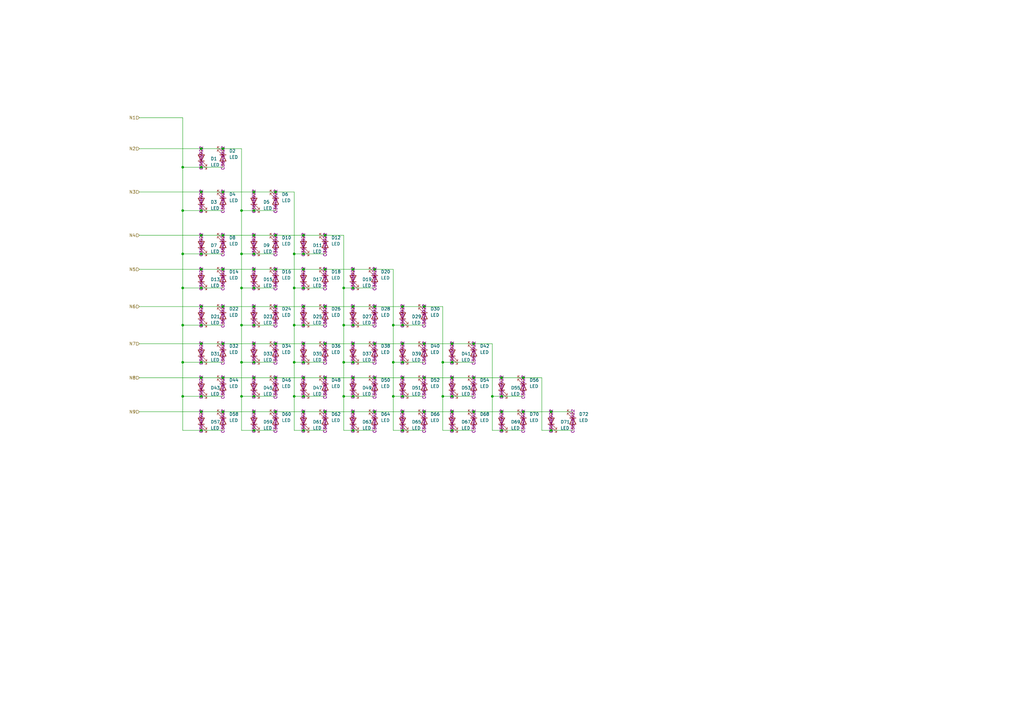
<source format=kicad_sch>
(kicad_sch (version 20250114) (generator "eeschema") (generator_version "9.0")
  (paper "A3")
  (lib_symbols
    (symbol "Device:LED" (pin_numbers (hide yes)) (pin_names (offset 1.016) (hide yes))
      (property "Reference" "D" (at 0 2.54 0))
      (property "Value" "LED" (at 0 -2.54 0))
      (symbol "LED_0_1"
        (polyline (pts (xy -3.048 -0.762) (xy -4.572 -2.286) (xy -3.81 -2.286) (xy -4.572 -2.286) (xy -4.572 -1.524)))
        (polyline (pts (xy -1.778 -0.762) (xy -3.302 -2.286) (xy -2.54 -2.286) (xy -3.302 -2.286) (xy -3.302 -1.524)))
        (polyline (pts (xy -1.27 0) (xy 1.27 0)))
        (polyline (pts (xy -1.27 -1.27) (xy -1.27 1.27)) (stroke (width 0.254)))
        (polyline (pts (xy 1.27 -1.27) (xy 1.27 1.27) (xy -1.27 0) (xy 1.27 -1.27)) (stroke (width 0.254)))
      )
      (symbol "LED_1_1"
        (pin passive line (at -3.81 0 0) (length 2.54) (name "K") (number "1"))
        (pin passive line (at 3.81 0 180) (length 2.54) (name "A") (number "2"))
      )
    )
  )
  (junction (at 104.14 168.91))
  (junction (at 140.97 148.59))
  (junction (at 82.55 110.49))
  (junction (at 99.06 162.56))
  (junction (at 161.29 148.59))
  (junction (at 140.97 133.35))
  (junction (at 113.03 168.91))
  (junction (at 153.67 154.94))
  (junction (at 124.46 168.91))
  (junction (at 104.14 133.35))
  (junction (at 104.14 86.36))
  (junction (at 91.44 78.74))
  (junction (at 104.14 78.74))
  (junction (at 124.46 110.49))
  (junction (at 165.1 125.73))
  (junction (at 133.35 125.73))
  (junction (at 91.44 125.73))
  (junction (at 165.1 140.97))
  (junction (at 82.55 86.36))
  (junction (at 91.44 154.94))
  (junction (at 82.55 68.58))
  (junction (at 113.03 125.73))
  (junction (at 133.35 140.97))
  (junction (at 144.78 110.49))
  (junction (at 104.14 104.14))
  (junction (at 91.44 110.49))
  (junction (at 161.29 133.35))
  (junction (at 120.65 162.56))
  (junction (at 165.1 168.91))
  (junction (at 205.74 168.91))
  (junction (at 185.42 176.53))
  (junction (at 113.03 140.97))
  (junction (at 205.74 162.56))
  (junction (at 113.03 154.94))
  (junction (at 124.46 148.59))
  (junction (at 133.35 96.52))
  (junction (at 181.61 148.59))
  (junction (at 153.67 140.97))
  (junction (at 153.67 125.73))
  (junction (at 104.14 148.59))
  (junction (at 82.55 78.74))
  (junction (at 74.93 162.56))
  (junction (at 74.93 68.58))
  (junction (at 113.03 78.74))
  (junction (at 133.35 110.49))
  (junction (at 82.55 162.56))
  (junction (at 194.31 168.91))
  (junction (at 91.44 60.96))
  (junction (at 74.93 133.35))
  (junction (at 153.67 168.91))
  (junction (at 104.14 96.52))
  (junction (at 201.93 162.56))
  (junction (at 165.1 148.59))
  (junction (at 124.46 140.97))
  (junction (at 165.1 154.94))
  (junction (at 181.61 162.56))
  (junction (at 133.35 154.94))
  (junction (at 82.55 176.53))
  (junction (at 99.06 133.35))
  (junction (at 120.65 104.14))
  (junction (at 91.44 96.52))
  (junction (at 140.97 118.11))
  (junction (at 74.93 148.59))
  (junction (at 173.99 125.73))
  (junction (at 144.78 148.59))
  (junction (at 82.55 125.73))
  (junction (at 194.31 140.97))
  (junction (at 205.74 176.53))
  (junction (at 185.42 140.97))
  (junction (at 82.55 154.94))
  (junction (at 124.46 118.11))
  (junction (at 99.06 104.14))
  (junction (at 74.93 86.36))
  (junction (at 99.06 86.36))
  (junction (at 173.99 168.91))
  (junction (at 74.93 104.14))
  (junction (at 144.78 154.94))
  (junction (at 153.67 110.49))
  (junction (at 226.06 176.53))
  (junction (at 99.06 148.59))
  (junction (at 144.78 168.91))
  (junction (at 173.99 154.94))
  (junction (at 104.14 118.11))
  (junction (at 173.99 140.97))
  (junction (at 144.78 176.53))
  (junction (at 120.65 118.11))
  (junction (at 124.46 104.14))
  (junction (at 133.35 168.91))
  (junction (at 144.78 133.35))
  (junction (at 165.1 176.53))
  (junction (at 140.97 162.56))
  (junction (at 226.06 168.91))
  (junction (at 91.44 140.97))
  (junction (at 185.42 168.91))
  (junction (at 120.65 133.35))
  (junction (at 99.06 118.11))
  (junction (at 144.78 162.56))
  (junction (at 144.78 125.73))
  (junction (at 104.14 176.53))
  (junction (at 185.42 162.56))
  (junction (at 104.14 140.97))
  (junction (at 82.55 168.91))
  (junction (at 113.03 96.52))
  (junction (at 124.46 162.56))
  (junction (at 205.74 154.94))
  (junction (at 214.63 154.94))
  (junction (at 82.55 140.97))
  (junction (at 91.44 168.91))
  (junction (at 113.03 110.49))
  (junction (at 214.63 168.91))
  (junction (at 194.31 154.94))
  (junction (at 104.14 110.49))
  (junction (at 144.78 140.97))
  (junction (at 165.1 133.35))
  (junction (at 124.46 125.73))
  (junction (at 82.55 60.96))
  (junction (at 82.55 96.52))
  (junction (at 104.14 125.73))
  (junction (at 124.46 154.94))
  (junction (at 104.14 162.56))
  (junction (at 120.65 148.59))
  (junction (at 124.46 96.52))
  (junction (at 124.46 176.53))
  (junction (at 82.55 148.59))
  (junction (at 74.93 118.11))
  (junction (at 82.55 104.14))
  (junction (at 165.1 162.56))
  (junction (at 82.55 133.35))
  (junction (at 144.78 118.11))
  (junction (at 82.55 118.11))
  (junction (at 185.42 148.59))
  (junction (at 161.29 162.56))
  (junction (at 185.42 154.94))
  (junction (at 124.46 133.35))
  (junction (at 104.14 154.94))
  (wire (pts (xy 74.93 118.11) (xy 82.55 118.11)))
  (wire (pts (xy 133.35 125.73) (xy 144.78 125.73)))
  (wire (pts (xy 185.42 140.97) (xy 194.31 140.97)))
  (wire (pts (xy 99.06 118.11) (xy 99.06 133.35)))
  (wire (pts (xy 57.15 140.97) (xy 82.55 140.97)))
  (wire (pts (xy 99.06 118.11) (xy 104.14 118.11)))
  (wire (pts (xy 57.15 60.96) (xy 82.55 60.96)))
  (wire (pts (xy 201.93 176.53) (xy 205.74 176.53)))
  (wire (pts (xy 173.99 162.56) (xy 165.1 162.56)))
  (wire (pts (xy 144.78 176.53) (xy 153.67 176.53)))
  (wire (pts (xy 120.65 148.59) (xy 120.65 162.56)))
  (wire (pts (xy 222.25 154.94) (xy 222.25 176.53)))
  (wire (pts (xy 120.65 118.11) (xy 124.46 118.11)))
  (wire (pts (xy 104.14 110.49) (xy 113.03 110.49)))
  (wire (pts (xy 205.74 162.56) (xy 214.63 162.56)))
  (wire (pts (xy 165.1 168.91) (xy 173.99 168.91)))
  (wire (pts (xy 144.78 168.91) (xy 153.67 168.91)))
  (wire (pts (xy 133.35 140.97) (xy 144.78 140.97)))
  (wire (pts (xy 57.15 96.52) (xy 82.55 96.52)))
  (wire (pts (xy 99.06 104.14) (xy 99.06 118.11)))
  (wire (pts (xy 104.14 154.94) (xy 113.03 154.94)))
  (wire (pts (xy 140.97 133.35) (xy 140.97 148.59)))
  (wire (pts (xy 153.67 140.97) (xy 165.1 140.97)))
  (wire (pts (xy 74.93 133.35) (xy 74.93 148.59)))
  (wire (pts (xy 226.06 168.91) (xy 234.95 168.91)))
  (wire (pts (xy 74.93 162.56) (xy 82.55 162.56)))
  (wire (pts (xy 153.67 110.49) (xy 161.29 110.49)))
  (wire (pts (xy 144.78 154.94) (xy 153.67 154.94)))
  (wire (pts (xy 57.15 78.74) (xy 82.55 78.74)))
  (wire (pts (xy 113.03 110.49) (xy 124.46 110.49)))
  (wire (pts (xy 165.1 176.53) (xy 161.29 176.53)))
  (wire (pts (xy 124.46 133.35) (xy 133.35 133.35)))
  (wire (pts (xy 161.29 148.59) (xy 165.1 148.59)))
  (wire (pts (xy 120.65 78.74) (xy 120.65 104.14)))
  (wire (pts (xy 185.42 176.53) (xy 194.31 176.53)))
  (wire (pts (xy 91.44 148.59) (xy 82.55 148.59)))
  (wire (pts (xy 82.55 118.11) (xy 91.44 118.11)))
  (wire (pts (xy 205.74 168.91) (xy 214.63 168.91)))
  (wire (pts (xy 82.55 78.74) (xy 91.44 78.74)))
  (wire (pts (xy 91.44 168.91) (xy 104.14 168.91)))
  (wire (pts (xy 140.97 96.52) (xy 140.97 118.11)))
  (wire (pts (xy 99.06 104.14) (xy 104.14 104.14)))
  (wire (pts (xy 120.65 162.56) (xy 120.65 176.53)))
  (wire (pts (xy 82.55 140.97) (xy 91.44 140.97)))
  (wire (pts (xy 99.06 148.59) (xy 99.06 162.56)))
  (wire (pts (xy 74.93 104.14) (xy 82.55 104.14)))
  (wire (pts (xy 124.46 125.73) (xy 133.35 125.73)))
  (wire (pts (xy 82.55 176.53) (xy 91.44 176.53)))
  (wire (pts (xy 104.14 148.59) (xy 113.03 148.59)))
  (wire (pts (xy 124.46 104.14) (xy 133.35 104.14)))
  (wire (pts (xy 91.44 140.97) (xy 104.14 140.97)))
  (wire (pts (xy 133.35 154.94) (xy 144.78 154.94)))
  (wire (pts (xy 82.55 162.56) (xy 91.44 162.56)))
  (wire (pts (xy 113.03 140.97) (xy 124.46 140.97)))
  (wire (pts (xy 161.29 133.35) (xy 161.29 148.59)))
  (wire (pts (xy 82.55 96.52) (xy 91.44 96.52)))
  (wire (pts (xy 99.06 86.36) (xy 104.14 86.36)))
  (wire (pts (xy 181.61 148.59) (xy 181.61 162.56)))
  (wire (pts (xy 82.55 86.36) (xy 91.44 86.36)))
  (wire (pts (xy 133.35 110.49) (xy 144.78 110.49)))
  (wire (pts (xy 222.25 176.53) (xy 226.06 176.53)))
  (wire (pts (xy 120.65 133.35) (xy 120.65 148.59)))
  (wire (pts (xy 181.61 162.56) (xy 185.42 162.56)))
  (wire (pts (xy 113.03 154.94) (xy 124.46 154.94)))
  (wire (pts (xy 104.14 176.53) (xy 113.03 176.53)))
  (wire (pts (xy 91.44 110.49) (xy 104.14 110.49)))
  (wire (pts (xy 120.65 148.59) (xy 124.46 148.59)))
  (wire (pts (xy 124.46 148.59) (xy 133.35 148.59)))
  (wire (pts (xy 82.55 125.73) (xy 91.44 125.73)))
  (wire (pts (xy 214.63 154.94) (xy 222.25 154.94)))
  (wire (pts (xy 201.93 140.97) (xy 201.93 162.56)))
  (wire (pts (xy 133.35 96.52) (xy 140.97 96.52)))
  (wire (pts (xy 74.93 68.58) (xy 74.93 86.36)))
  (wire (pts (xy 181.61 162.56) (xy 181.61 176.53)))
  (wire (pts (xy 140.97 148.59) (xy 140.97 162.56)))
  (wire (pts (xy 74.93 86.36) (xy 74.93 104.14)))
  (wire (pts (xy 165.1 162.56) (xy 161.29 162.56)))
  (wire (pts (xy 144.78 148.59) (xy 153.67 148.59)))
  (wire (pts (xy 120.65 104.14) (xy 124.46 104.14)))
  (wire (pts (xy 140.97 118.11) (xy 144.78 118.11)))
  (wire (pts (xy 165.1 125.73) (xy 173.99 125.73)))
  (wire (pts (xy 57.15 110.49) (xy 82.55 110.49)))
  (wire (pts (xy 161.29 148.59) (xy 161.29 162.56)))
  (wire (pts (xy 57.15 48.26) (xy 74.93 48.26)))
  (wire (pts (xy 113.03 125.73) (xy 124.46 125.73)))
  (wire (pts (xy 165.1 154.94) (xy 173.99 154.94)))
  (wire (pts (xy 104.14 133.35) (xy 113.03 133.35)))
  (wire (pts (xy 104.14 168.91) (xy 113.03 168.91)))
  (wire (pts (xy 173.99 168.91) (xy 185.42 168.91)))
  (wire (pts (xy 113.03 168.91) (xy 124.46 168.91)))
  (wire (pts (xy 104.14 162.56) (xy 113.03 162.56)))
  (wire (pts (xy 153.67 154.94) (xy 165.1 154.94)))
  (wire (pts (xy 153.67 125.73) (xy 165.1 125.73)))
  (wire (pts (xy 74.93 68.58) (xy 82.55 68.58)))
  (wire (pts (xy 140.97 148.59) (xy 144.78 148.59)))
  (wire (pts (xy 113.03 96.52) (xy 124.46 96.52)))
  (wire (pts (xy 104.14 104.14) (xy 113.03 104.14)))
  (wire (pts (xy 74.93 104.14) (xy 74.93 118.11)))
  (wire (pts (xy 104.14 96.52) (xy 113.03 96.52)))
  (wire (pts (xy 140.97 133.35) (xy 144.78 133.35)))
  (wire (pts (xy 120.65 118.11) (xy 120.65 133.35)))
  (wire (pts (xy 120.65 104.14) (xy 120.65 118.11)))
  (wire (pts (xy 194.31 168.91) (xy 205.74 168.91)))
  (wire (pts (xy 82.55 104.14) (xy 91.44 104.14)))
  (wire (pts (xy 74.93 133.35) (xy 82.55 133.35)))
  (wire (pts (xy 82.55 110.49) (xy 91.44 110.49)))
  (wire (pts (xy 194.31 140.97) (xy 201.93 140.97)))
  (wire (pts (xy 99.06 162.56) (xy 99.06 176.53)))
  (wire (pts (xy 104.14 78.74) (xy 113.03 78.74)))
  (wire (pts (xy 165.1 133.35) (xy 173.99 133.35)))
  (wire (pts (xy 124.46 118.11) (xy 133.35 118.11)))
  (wire (pts (xy 99.06 176.53) (xy 104.14 176.53)))
  (wire (pts (xy 144.78 162.56) (xy 153.67 162.56)))
  (wire (pts (xy 104.14 140.97) (xy 113.03 140.97)))
  (wire (pts (xy 74.93 48.26) (xy 74.93 68.58)))
  (wire (pts (xy 124.46 110.49) (xy 133.35 110.49)))
  (wire (pts (xy 185.42 148.59) (xy 194.31 148.59)))
  (wire (pts (xy 82.55 60.96) (xy 91.44 60.96)))
  (wire (pts (xy 99.06 60.96) (xy 99.06 86.36)))
  (wire (pts (xy 165.1 140.97) (xy 173.99 140.97)))
  (wire (pts (xy 124.46 168.91) (xy 133.35 168.91)))
  (wire (pts (xy 99.06 133.35) (xy 99.06 148.59)))
  (wire (pts (xy 124.46 162.56) (xy 133.35 162.56)))
  (wire (pts (xy 82.55 154.94) (xy 91.44 154.94)))
  (wire (pts (xy 91.44 154.94) (xy 104.14 154.94)))
  (wire (pts (xy 205.74 176.53) (xy 214.63 176.53)))
  (wire (pts (xy 205.74 154.94) (xy 214.63 154.94)))
  (wire (pts (xy 226.06 176.53) (xy 234.95 176.53)))
  (wire (pts (xy 99.06 86.36) (xy 99.06 104.14)))
  (wire (pts (xy 173.99 154.94) (xy 185.42 154.94)))
  (wire (pts (xy 185.42 162.56) (xy 194.31 162.56)))
  (wire (pts (xy 104.14 86.36) (xy 113.03 86.36)))
  (wire (pts (xy 140.97 176.53) (xy 144.78 176.53)))
  (wire (pts (xy 57.15 168.91) (xy 82.55 168.91)))
  (wire (pts (xy 144.78 140.97) (xy 153.67 140.97)))
  (wire (pts (xy 91.44 78.74) (xy 104.14 78.74)))
  (wire (pts (xy 74.93 162.56) (xy 74.93 176.53)))
  (wire (pts (xy 120.65 176.53) (xy 124.46 176.53)))
  (wire (pts (xy 181.61 148.59) (xy 185.42 148.59)))
  (wire (pts (xy 201.93 162.56) (xy 201.93 176.53)))
  (wire (pts (xy 173.99 176.53) (xy 165.1 176.53)))
  (wire (pts (xy 124.46 96.52) (xy 133.35 96.52)))
  (wire (pts (xy 144.78 125.73) (xy 153.67 125.73)))
  (wire (pts (xy 144.78 133.35) (xy 153.67 133.35)))
  (wire (pts (xy 181.61 176.53) (xy 185.42 176.53)))
  (wire (pts (xy 140.97 118.11) (xy 140.97 133.35)))
  (wire (pts (xy 173.99 140.97) (xy 185.42 140.97)))
  (wire (pts (xy 57.15 154.94) (xy 82.55 154.94)))
  (wire (pts (xy 185.42 154.94) (xy 194.31 154.94)))
  (wire (pts (xy 173.99 125.73) (xy 181.61 125.73)))
  (wire (pts (xy 161.29 110.49) (xy 161.29 133.35)))
  (wire (pts (xy 82.55 68.58) (xy 91.44 68.58)))
  (wire (pts (xy 124.46 154.94) (xy 133.35 154.94)))
  (wire (pts (xy 91.44 125.73) (xy 104.14 125.73)))
  (wire (pts (xy 82.55 133.35) (xy 91.44 133.35)))
  (wire (pts (xy 74.93 148.59) (xy 74.93 162.56)))
  (wire (pts (xy 161.29 162.56) (xy 161.29 176.53)))
  (wire (pts (xy 181.61 125.73) (xy 181.61 148.59)))
  (wire (pts (xy 144.78 110.49) (xy 153.67 110.49)))
  (wire (pts (xy 185.42 168.91) (xy 194.31 168.91)))
  (wire (pts (xy 124.46 140.97) (xy 133.35 140.97)))
  (wire (pts (xy 165.1 148.59) (xy 173.99 148.59)))
  (wire (pts (xy 161.29 133.35) (xy 165.1 133.35)))
  (wire (pts (xy 99.06 162.56) (xy 104.14 162.56)))
  (wire (pts (xy 82.55 148.59) (xy 74.93 148.59)))
  (wire (pts (xy 57.15 125.73) (xy 82.55 125.73)))
  (wire (pts (xy 153.67 168.91) (xy 165.1 168.91)))
  (wire (pts (xy 99.06 133.35) (xy 104.14 133.35)))
  (wire (pts (xy 133.35 168.91) (xy 144.78 168.91)))
  (wire (pts (xy 99.06 148.59) (xy 104.14 148.59)))
  (wire (pts (xy 104.14 118.11) (xy 113.03 118.11)))
  (wire (pts (xy 74.93 176.53) (xy 82.55 176.53)))
  (wire (pts (xy 74.93 86.36) (xy 82.55 86.36)))
  (wire (pts (xy 140.97 162.56) (xy 144.78 162.56)))
  (wire (pts (xy 120.65 162.56) (xy 124.46 162.56)))
  (wire (pts (xy 144.78 118.11) (xy 153.67 118.11)))
  (wire (pts (xy 124.46 176.53) (xy 133.35 176.53)))
  (wire (pts (xy 91.44 60.96) (xy 99.06 60.96)))
  (wire (pts (xy 113.03 78.74) (xy 120.65 78.74)))
  (wire (pts (xy 91.44 96.52) (xy 104.14 96.52)))
  (wire (pts (xy 104.14 125.73) (xy 113.03 125.73)))
  (wire (pts (xy 201.93 162.56) (xy 205.74 162.56)))
  (wire (pts (xy 214.63 168.91) (xy 226.06 168.91)))
  (wire (pts (xy 194.31 154.94) (xy 205.74 154.94)))
  (wire (pts (xy 74.93 118.11) (xy 74.93 133.35)))
  (wire (pts (xy 120.65 133.35) (xy 124.46 133.35)))
  (wire (pts (xy 82.55 168.91) (xy 91.44 168.91)))
  (wire (pts (xy 140.97 162.56) (xy 140.97 176.53)))
  (hierarchical_label "N9" (shape input) (at 57.15 168.91 180))
  (hierarchical_label "N4" (shape input) (at 57.15 96.52 180))
  (hierarchical_label "N1" (shape input) (at 57.15 48.26 180))
  (hierarchical_label "N8" (shape input) (at 57.15 154.94 180))
  (hierarchical_label "N3" (shape input) (at 57.15 78.74 180))
  (hierarchical_label "N6" (shape input) (at 57.15 125.73 180))
  (hierarchical_label "N7" (shape input) (at 57.15 140.97 180))
  (hierarchical_label "N2" (shape input) (at 57.15 60.96 180))
  (hierarchical_label "N5" (shape input) (at 57.15 110.49 180))
  (symbol (lib_id "Device:LED") (at 113.03 172.72 270) (unit 1)
    (property "Reference" "D60" (at 115.57 169.8624 90) (effects (justify left)))
    (property "Value" "LED" (at 115.57 172.4024 90) (effects (justify left)))
    (property "Footprint" "LED_SMD:LED_0201_0603Metric" (effects (hide yes)))
    (property "Description" "Light emitting diode" (effects (hide yes)))
    (property "Sim.Pins" "1=K 2=A" (effects (hide yes)))
    (property "LCSC" "C3646922" (at 113.03 172.72 0))
  )
  (symbol (lib_id "Device:LED") (at 173.99 172.72 270) (unit 1)
    (property "Reference" "D66" (at 176.53 169.8624 90) (effects (justify left)))
    (property "Value" "LED" (at 176.53 172.4024 90) (effects (justify left)))
    (property "Footprint" "LED_SMD:LED_0201_0603Metric" (effects (hide yes)))
    (property "Description" "Light emitting diode" (effects (hide yes)))
    (property "Sim.Pins" "1=K 2=A" (effects (hide yes)))
    (property "LCSC" "C3646922" (at 173.99 172.72 0))
  )
  (symbol (lib_id "Device:LED") (at 82.55 144.78 90) (unit 1)
    (property "Reference" "D31" (at 86.36 145.0974 90) (effects (justify right)))
    (property "Value" "LED" (at 86.36 147.6374 90) (effects (justify right)))
    (property "Footprint" "LED_SMD:LED_0201_0603Metric" (effects (hide yes)))
    (property "Description" "Light emitting diode" (effects (hide yes)))
    (property "Sim.Pins" "1=K 2=A" (effects (hide yes)))
    (property "LCSC" "C3646922" (at 82.55 144.78 0))
  )
  (symbol (lib_id "Device:LED") (at 91.44 129.54 270) (unit 1)
    (property "Reference" "D22" (at 93.98 126.6824 90) (effects (justify left)))
    (property "Value" "LED" (at 93.98 129.2224 90) (effects (justify left)))
    (property "Footprint" "LED_SMD:LED_0201_0603Metric" (effects (hide yes)))
    (property "Description" "Light emitting diode" (effects (hide yes)))
    (property "Sim.Pins" "1=K 2=A" (effects (hide yes)))
    (property "LCSC" "C3646922" (at 91.44 129.54 0))
  )
  (symbol (lib_id "Device:LED") (at 113.03 158.75 270) (unit 1)
    (property "Reference" "D46" (at 115.57 155.8924 90) (effects (justify left)))
    (property "Value" "LED" (at 115.57 158.4324 90) (effects (justify left)))
    (property "Footprint" "LED_SMD:LED_0201_0603Metric" (effects (hide yes)))
    (property "Description" "Light emitting diode" (effects (hide yes)))
    (property "Sim.Pins" "1=K 2=A" (effects (hide yes)))
    (property "LCSC" "C3646922" (at 113.03 158.75 0))
  )
  (symbol (lib_id "Device:LED") (at 91.44 172.72 270) (unit 1)
    (property "Reference" "D58" (at 93.98 169.8624 90) (effects (justify left)))
    (property "Value" "LED" (at 93.98 172.4024 90) (effects (justify left)))
    (property "Footprint" "LED_SMD:LED_0201_0603Metric" (effects (hide yes)))
    (property "Description" "Light emitting diode" (effects (hide yes)))
    (property "Sim.Pins" "1=K 2=A" (effects (hide yes)))
    (property "LCSC" "C3646922" (at 91.44 172.72 0))
  )
  (symbol (lib_id "Device:LED") (at 144.78 172.72 90) (unit 1)
    (property "Reference" "D63" (at 148.59 173.0374 90) (effects (justify right)))
    (property "Value" "LED" (at 148.59 175.5774 90) (effects (justify right)))
    (property "Footprint" "LED_SMD:LED_0201_0603Metric" (effects (hide yes)))
    (property "Description" "Light emitting diode" (effects (hide yes)))
    (property "Sim.Pins" "1=K 2=A" (effects (hide yes)))
    (property "LCSC" "C3646922" (at 144.78 172.72 0))
  )
  (symbol (lib_id "Device:LED") (at 133.35 114.3 270) (unit 1)
    (property "Reference" "D18" (at 135.89 111.4424 90) (effects (justify left)))
    (property "Value" "LED" (at 135.89 113.9824 90) (effects (justify left)))
    (property "Footprint" "LED_SMD:LED_0201_0603Metric" (effects (hide yes)))
    (property "Description" "Light emitting diode" (effects (hide yes)))
    (property "Sim.Pins" "1=K 2=A" (effects (hide yes)))
    (property "LCSC" "C3646922" (at 133.35 114.3 0))
  )
  (symbol (lib_id "Device:LED") (at 133.35 144.78 270) (unit 1)
    (property "Reference" "D36" (at 135.89 141.9224 90) (effects (justify left)))
    (property "Value" "LED" (at 135.89 144.4624 90) (effects (justify left)))
    (property "Footprint" "LED_SMD:LED_0201_0603Metric" (effects (hide yes)))
    (property "Description" "Light emitting diode" (effects (hide yes)))
    (property "Sim.Pins" "1=K 2=A" (effects (hide yes)))
    (property "LCSC" "C3646922" (at 133.35 144.78 0))
  )
  (symbol (lib_id "Device:LED") (at 82.55 129.54 90) (unit 1)
    (property "Reference" "D21" (at 86.36 129.8574 90) (effects (justify right)))
    (property "Value" "LED" (at 86.36 132.3974 90) (effects (justify right)))
    (property "Footprint" "LED_SMD:LED_0201_0603Metric" (effects (hide yes)))
    (property "Description" "Light emitting diode" (effects (hide yes)))
    (property "Sim.Pins" "1=K 2=A" (effects (hide yes)))
    (property "LCSC" "C3646922" (at 82.55 129.54 0))
  )
  (symbol (lib_id "Device:LED") (at 226.06 172.72 90) (unit 1)
    (property "Reference" "D71" (at 229.87 173.0374 90) (effects (justify right)))
    (property "Value" "LED" (at 229.87 175.5774 90) (effects (justify right)))
    (property "Footprint" "LED_SMD:LED_0201_0603Metric" (effects (hide yes)))
    (property "Description" "Light emitting diode" (effects (hide yes)))
    (property "Sim.Pins" "1=K 2=A" (effects (hide yes)))
    (property "LCSC" "C3646922" (at 226.06 172.72 0))
  )
  (symbol (lib_id "Device:LED") (at 104.14 172.72 90) (unit 1)
    (property "Reference" "D59" (at 107.95 173.0374 90) (effects (justify right)))
    (property "Value" "LED" (at 107.95 175.5774 90) (effects (justify right)))
    (property "Footprint" "LED_SMD:LED_0201_0603Metric" (effects (hide yes)))
    (property "Description" "Light emitting diode" (effects (hide yes)))
    (property "Sim.Pins" "1=K 2=A" (effects (hide yes)))
    (property "LCSC" "C3646922" (at 104.14 172.72 0))
  )
  (symbol (lib_id "Device:LED") (at 124.46 144.78 90) (unit 1)
    (property "Reference" "D35" (at 128.27 145.0974 90) (effects (justify right)))
    (property "Value" "LED" (at 128.27 147.6374 90) (effects (justify right)))
    (property "Footprint" "LED_SMD:LED_0201_0603Metric" (effects (hide yes)))
    (property "Description" "Light emitting diode" (effects (hide yes)))
    (property "Sim.Pins" "1=K 2=A" (effects (hide yes)))
    (property "LCSC" "C3646922" (at 124.46 144.78 0))
  )
  (symbol (lib_id "Device:LED") (at 82.55 100.33 90) (unit 1)
    (property "Reference" "D7" (at 86.36 100.6474 90) (effects (justify right)))
    (property "Value" "LED" (at 86.36 103.1874 90) (effects (justify right)))
    (property "Footprint" "LED_SMD:LED_0201_0603Metric" (effects (hide yes)))
    (property "Description" "Light emitting diode" (effects (hide yes)))
    (property "Sim.Pins" "1=K 2=A" (effects (hide yes)))
    (property "LCSC" "C3646922" (at 82.55 100.33 0))
  )
  (symbol (lib_id "Device:LED") (at 91.44 100.33 270) (unit 1)
    (property "Reference" "D8" (at 93.98 97.4724 90) (effects (justify left)))
    (property "Value" "LED" (at 93.98 100.0124 90) (effects (justify left)))
    (property "Footprint" "LED_SMD:LED_0201_0603Metric" (effects (hide yes)))
    (property "Description" "Light emitting diode" (effects (hide yes)))
    (property "Sim.Pins" "1=K 2=A" (effects (hide yes)))
    (property "LCSC" "C3646922" (at 91.44 100.33 0))
  )
  (symbol (lib_id "Device:LED") (at 91.44 144.78 270) (unit 1)
    (property "Reference" "D32" (at 93.98 141.9224 90) (effects (justify left)))
    (property "Value" "LED" (at 93.98 144.4624 90) (effects (justify left)))
    (property "Footprint" "LED_SMD:LED_0201_0603Metric" (effects (hide yes)))
    (property "Description" "Light emitting diode" (effects (hide yes)))
    (property "Sim.Pins" "1=K 2=A" (effects (hide yes)))
    (property "LCSC" "C3646922" (at 91.44 144.78 0))
  )
  (symbol (lib_id "Device:LED") (at 124.46 172.72 90) (unit 1)
    (property "Reference" "D61" (at 128.27 173.0374 90) (effects (justify right)))
    (property "Value" "LED" (at 128.27 175.5774 90) (effects (justify right)))
    (property "Footprint" "LED_SMD:LED_0201_0603Metric" (effects (hide yes)))
    (property "Description" "Light emitting diode" (effects (hide yes)))
    (property "Sim.Pins" "1=K 2=A" (effects (hide yes)))
    (property "LCSC" "C3646922" (at 124.46 172.72 0))
  )
  (symbol (lib_id "Device:LED") (at 205.74 158.75 90) (unit 1)
    (property "Reference" "D55" (at 209.55 159.0674 90) (effects (justify right)))
    (property "Value" "LED" (at 209.55 161.6074 90) (effects (justify right)))
    (property "Footprint" "LED_SMD:LED_0201_0603Metric" (effects (hide yes)))
    (property "Description" "Light emitting diode" (effects (hide yes)))
    (property "Sim.Pins" "1=K 2=A" (effects (hide yes)))
    (property "LCSC" "C3646922" (at 205.74 158.75 0))
  )
  (symbol (lib_id "Device:LED") (at 104.14 100.33 90) (unit 1)
    (property "Reference" "D9" (at 107.95 100.6474 90) (effects (justify right)))
    (property "Value" "LED" (at 107.95 103.1874 90) (effects (justify right)))
    (property "Footprint" "LED_SMD:LED_0201_0603Metric" (effects (hide yes)))
    (property "Description" "Light emitting diode" (effects (hide yes)))
    (property "Sim.Pins" "1=K 2=A" (effects (hide yes)))
    (property "LCSC" "C3646922" (at 104.14 100.33 0))
  )
  (symbol (lib_id "Device:LED") (at 185.42 144.78 90) (unit 1)
    (property "Reference" "D41" (at 189.23 145.0974 90) (effects (justify right)))
    (property "Value" "LED" (at 189.23 147.6374 90) (effects (justify right)))
    (property "Footprint" "LED_SMD:LED_0201_0603Metric" (effects (hide yes)))
    (property "Description" "Light emitting diode" (effects (hide yes)))
    (property "Sim.Pins" "1=K 2=A" (effects (hide yes)))
    (property "LCSC" "C3646922" (at 185.42 144.78 0))
  )
  (symbol (lib_id "Device:LED") (at 165.1 158.75 90) (unit 1)
    (property "Reference" "D51" (at 168.91 159.0674 90) (effects (justify right)))
    (property "Value" "LED" (at 168.91 161.6074 90) (effects (justify right)))
    (property "Footprint" "LED_SMD:LED_0201_0603Metric" (effects (hide yes)))
    (property "Description" "Light emitting diode" (effects (hide yes)))
    (property "Sim.Pins" "1=K 2=A" (effects (hide yes)))
    (property "LCSC" "C3646922" (at 165.1 158.75 0))
  )
  (symbol (lib_id "Device:LED") (at 133.35 100.33 270) (unit 1)
    (property "Reference" "D12" (at 135.89 97.4724 90) (effects (justify left)))
    (property "Value" "LED" (at 135.89 100.0124 90) (effects (justify left)))
    (property "Footprint" "LED_SMD:LED_0201_0603Metric" (effects (hide yes)))
    (property "Description" "Light emitting diode" (effects (hide yes)))
    (property "Sim.Pins" "1=K 2=A" (effects (hide yes)))
    (property "LCSC" "C3646922" (at 133.35 100.33 0))
  )
  (symbol (lib_id "Device:LED") (at 91.44 158.75 270) (unit 1)
    (property "Reference" "D44" (at 93.98 155.8924 90) (effects (justify left)))
    (property "Value" "LED" (at 93.98 158.4324 90) (effects (justify left)))
    (property "Footprint" "LED_SMD:LED_0201_0603Metric" (effects (hide yes)))
    (property "Description" "Light emitting diode" (effects (hide yes)))
    (property "Sim.Pins" "1=K 2=A" (effects (hide yes)))
    (property "LCSC" "C3646922" (at 91.44 158.75 0))
  )
  (symbol (lib_id "Device:LED") (at 82.55 64.77 90) (unit 1)
    (property "Reference" "D1" (at 86.36 65.0874 90) (effects (justify right)))
    (property "Value" "LED" (at 86.36 67.6274 90) (effects (justify right)))
    (property "Footprint" "LED_SMD:LED_0201_0603Metric" (effects (hide yes)))
    (property "Description" "Light emitting diode" (effects (hide yes)))
    (property "Sim.Pins" "1=K 2=A" (effects (hide yes)))
    (property "LCSC" "C3646922" (at 82.55 64.77 0))
  )
  (symbol (lib_id "Device:LED") (at 194.31 144.78 270) (unit 1)
    (property "Reference" "D42" (at 196.85 141.9224 90) (effects (justify left)))
    (property "Value" "LED" (at 196.85 144.4624 90) (effects (justify left)))
    (property "Footprint" "LED_SMD:LED_0201_0603Metric" (effects (hide yes)))
    (property "Description" "Light emitting diode" (effects (hide yes)))
    (property "Sim.Pins" "1=K 2=A" (effects (hide yes)))
    (property "LCSC" "C3646922" (at 194.31 144.78 0))
  )
  (symbol (lib_id "Device:LED") (at 133.35 129.54 270) (unit 1)
    (property "Reference" "D26" (at 135.89 126.6824 90) (effects (justify left)))
    (property "Value" "LED" (at 135.89 129.2224 90) (effects (justify left)))
    (property "Footprint" "LED_SMD:LED_0201_0603Metric" (effects (hide yes)))
    (property "Description" "Light emitting diode" (effects (hide yes)))
    (property "Sim.Pins" "1=K 2=A" (effects (hide yes)))
    (property "LCSC" "C3646922" (at 133.35 129.54 0))
  )
  (symbol (lib_id "Device:LED") (at 214.63 172.72 270) (unit 1)
    (property "Reference" "D70" (at 217.17 169.8624 90) (effects (justify left)))
    (property "Value" "LED" (at 217.17 172.4024 90) (effects (justify left)))
    (property "Footprint" "LED_SMD:LED_0201_0603Metric" (effects (hide yes)))
    (property "Description" "Light emitting diode" (effects (hide yes)))
    (property "Sim.Pins" "1=K 2=A" (effects (hide yes)))
    (property "LCSC" "C3646922" (at 214.63 172.72 0))
  )
  (symbol (lib_id "Device:LED") (at 133.35 172.72 270) (unit 1)
    (property "Reference" "D62" (at 135.89 169.8624 90) (effects (justify left)))
    (property "Value" "LED" (at 135.89 172.4024 90) (effects (justify left)))
    (property "Footprint" "LED_SMD:LED_0201_0603Metric" (effects (hide yes)))
    (property "Description" "Light emitting diode" (effects (hide yes)))
    (property "Sim.Pins" "1=K 2=A" (effects (hide yes)))
    (property "LCSC" "C3646922" (at 133.35 172.72 0))
  )
  (symbol (lib_id "Device:LED") (at 153.67 114.3 270) (unit 1)
    (property "Reference" "D20" (at 156.21 111.4424 90) (effects (justify left)))
    (property "Value" "LED" (at 156.21 113.9824 90) (effects (justify left)))
    (property "Footprint" "LED_SMD:LED_0201_0603Metric" (effects (hide yes)))
    (property "Description" "Light emitting diode" (effects (hide yes)))
    (property "Sim.Pins" "1=K 2=A" (effects (hide yes)))
    (property "LCSC" "C3646922" (at 153.67 114.3 0))
  )
  (symbol (lib_id "Device:LED") (at 104.14 158.75 90) (unit 1)
    (property "Reference" "D45" (at 107.95 159.0674 90) (effects (justify right)))
    (property "Value" "LED" (at 107.95 161.6074 90) (effects (justify right)))
    (property "Footprint" "LED_SMD:LED_0201_0603Metric" (effects (hide yes)))
    (property "Description" "Light emitting diode" (effects (hide yes)))
    (property "Sim.Pins" "1=K 2=A" (effects (hide yes)))
    (property "LCSC" "C3646922" (at 104.14 158.75 0))
  )
  (symbol (lib_id "Device:LED") (at 144.78 114.3 90) (unit 1)
    (property "Reference" "D19" (at 148.59 114.6174 90) (effects (justify right)))
    (property "Value" "LED" (at 148.59 117.1574 90) (effects (justify right)))
    (property "Footprint" "LED_SMD:LED_0201_0603Metric" (effects (hide yes)))
    (property "Description" "Light emitting diode" (effects (hide yes)))
    (property "Sim.Pins" "1=K 2=A" (effects (hide yes)))
    (property "LCSC" "C3646922" (at 144.78 114.3 0))
  )
  (symbol (lib_id "Device:LED") (at 91.44 64.77 270) (unit 1)
    (property "Reference" "D2" (at 93.98 61.9124 90) (effects (justify left)))
    (property "Value" "LED" (at 93.98 64.4524 90) (effects (justify left)))
    (property "Footprint" "LED_SMD:LED_0201_0603Metric" (effects (hide yes)))
    (property "Description" "Light emitting diode" (effects (hide yes)))
    (property "Sim.Pins" "1=K 2=A" (effects (hide yes)))
    (property "LCSC" "C3646922" (at 91.44 64.77 0))
  )
  (symbol (lib_id "Device:LED") (at 124.46 158.75 90) (unit 1)
    (property "Reference" "D47" (at 128.27 159.0674 90) (effects (justify right)))
    (property "Value" "LED" (at 128.27 161.6074 90) (effects (justify right)))
    (property "Footprint" "LED_SMD:LED_0201_0603Metric" (effects (hide yes)))
    (property "Description" "Light emitting diode" (effects (hide yes)))
    (property "Sim.Pins" "1=K 2=A" (effects (hide yes)))
    (property "LCSC" "C3646922" (at 124.46 158.75 0))
  )
  (symbol (lib_id "Device:LED") (at 185.42 172.72 90) (unit 1)
    (property "Reference" "D67" (at 189.23 173.0374 90) (effects (justify right)))
    (property "Value" "LED" (at 189.23 175.5774 90) (effects (justify right)))
    (property "Footprint" "LED_SMD:LED_0201_0603Metric" (effects (hide yes)))
    (property "Description" "Light emitting diode" (effects (hide yes)))
    (property "Sim.Pins" "1=K 2=A" (effects (hide yes)))
    (property "LCSC" "C3646922" (at 185.42 172.72 0))
  )
  (symbol (lib_id "Device:LED") (at 144.78 129.54 90) (unit 1)
    (property "Reference" "D27" (at 148.59 129.8574 90) (effects (justify right)))
    (property "Value" "LED" (at 148.59 132.3974 90) (effects (justify right)))
    (property "Footprint" "LED_SMD:LED_0201_0603Metric" (effects (hide yes)))
    (property "Description" "Light emitting diode" (effects (hide yes)))
    (property "Sim.Pins" "1=K 2=A" (effects (hide yes)))
    (property "LCSC" "C3646922" (at 144.78 129.54 0))
  )
  (symbol (lib_id "Device:LED") (at 124.46 129.54 90) (unit 1)
    (property "Reference" "D25" (at 128.27 129.8574 90) (effects (justify right)))
    (property "Value" "LED" (at 128.27 132.3974 90) (effects (justify right)))
    (property "Footprint" "LED_SMD:LED_0201_0603Metric" (effects (hide yes)))
    (property "Description" "Light emitting diode" (effects (hide yes)))
    (property "Sim.Pins" "1=K 2=A" (effects (hide yes)))
    (property "LCSC" "C3646922" (at 124.46 129.54 0))
  )
  (symbol (lib_id "Device:LED") (at 113.03 129.54 270) (unit 1)
    (property "Reference" "D24" (at 115.57 126.6824 90) (effects (justify left)))
    (property "Value" "LED" (at 115.57 129.2224 90) (effects (justify left)))
    (property "Footprint" "LED_SMD:LED_0201_0603Metric" (effects (hide yes)))
    (property "Description" "Light emitting diode" (effects (hide yes)))
    (property "Sim.Pins" "1=K 2=A" (effects (hide yes)))
    (property "LCSC" "C3646922" (at 113.03 129.54 0))
  )
  (symbol (lib_id "Device:LED") (at 153.67 129.54 270) (unit 1)
    (property "Reference" "D28" (at 156.21 126.6824 90) (effects (justify left)))
    (property "Value" "LED" (at 156.21 129.2224 90) (effects (justify left)))
    (property "Footprint" "LED_SMD:LED_0201_0603Metric" (effects (hide yes)))
    (property "Description" "Light emitting diode" (effects (hide yes)))
    (property "Sim.Pins" "1=K 2=A" (effects (hide yes)))
    (property "LCSC" "C3646922" (at 153.67 129.54 0))
  )
  (symbol (lib_id "Device:LED") (at 144.78 144.78 90) (unit 1)
    (property "Reference" "D37" (at 148.59 145.0974 90) (effects (justify right)))
    (property "Value" "LED" (at 148.59 147.6374 90) (effects (justify right)))
    (property "Footprint" "LED_SMD:LED_0201_0603Metric" (effects (hide yes)))
    (property "Description" "Light emitting diode" (effects (hide yes)))
    (property "Sim.Pins" "1=K 2=A" (effects (hide yes)))
    (property "LCSC" "C3646922" (at 144.78 144.78 0))
  )
  (symbol (lib_id "Device:LED") (at 113.03 114.3 270) (unit 1)
    (property "Reference" "D16" (at 115.57 111.4424 90) (effects (justify left)))
    (property "Value" "LED" (at 115.57 113.9824 90) (effects (justify left)))
    (property "Footprint" "LED_SMD:LED_0201_0603Metric" (effects (hide yes)))
    (property "Description" "Light emitting diode" (effects (hide yes)))
    (property "Sim.Pins" "1=K 2=A" (effects (hide yes)))
    (property "LCSC" "C3646922" (at 113.03 114.3 0))
  )
  (symbol (lib_id "Device:LED") (at 124.46 100.33 90) (unit 1)
    (property "Reference" "D11" (at 128.27 100.6474 90) (effects (justify right)))
    (property "Value" "LED" (at 128.27 103.1874 90) (effects (justify right)))
    (property "Footprint" "LED_SMD:LED_0201_0603Metric" (effects (hide yes)))
    (property "Description" "Light emitting diode" (effects (hide yes)))
    (property "Sim.Pins" "1=K 2=A" (effects (hide yes)))
    (property "LCSC" "C3646922" (at 124.46 100.33 0))
  )
  (symbol (lib_id "Device:LED") (at 91.44 82.55 270) (unit 1)
    (property "Reference" "D4" (at 93.98 79.6924 90) (effects (justify left)))
    (property "Value" "LED" (at 93.98 82.2324 90) (effects (justify left)))
    (property "Footprint" "LED_SMD:LED_0201_0603Metric" (effects (hide yes)))
    (property "Description" "Light emitting diode" (effects (hide yes)))
    (property "Sim.Pins" "1=K 2=A" (effects (hide yes)))
    (property "LCSC" "C3646922" (at 91.44 82.55 0))
  )
  (symbol (lib_id "Device:LED") (at 82.55 114.3 90) (unit 1)
    (property "Reference" "D13" (at 86.36 114.6174 90) (effects (justify right)))
    (property "Value" "LED" (at 86.36 117.1574 90) (effects (justify right)))
    (property "Footprint" "LED_SMD:LED_0201_0603Metric" (effects (hide yes)))
    (property "Description" "Light emitting diode" (effects (hide yes)))
    (property "Sim.Pins" "1=K 2=A" (effects (hide yes)))
    (property "LCSC" "C3646922" (at 82.55 114.3 0))
  )
  (symbol (lib_id "Device:LED") (at 133.35 158.75 270) (unit 1)
    (property "Reference" "D48" (at 135.89 155.8924 90) (effects (justify left)))
    (property "Value" "LED" (at 135.89 158.4324 90) (effects (justify left)))
    (property "Footprint" "LED_SMD:LED_0201_0603Metric" (effects (hide yes)))
    (property "Description" "Light emitting diode" (effects (hide yes)))
    (property "Sim.Pins" "1=K 2=A" (effects (hide yes)))
    (property "LCSC" "C3646922" (at 133.35 158.75 0))
  )
  (symbol (lib_id "Device:LED") (at 82.55 158.75 90) (unit 1)
    (property "Reference" "D43" (at 86.36 159.0674 90) (effects (justify right)))
    (property "Value" "LED" (at 86.36 161.6074 90) (effects (justify right)))
    (property "Footprint" "LED_SMD:LED_0201_0603Metric" (effects (hide yes)))
    (property "Description" "Light emitting diode" (effects (hide yes)))
    (property "Sim.Pins" "1=K 2=A" (effects (hide yes)))
    (property "LCSC" "C3646922" (at 82.55 158.75 0))
  )
  (symbol (lib_id "Device:LED") (at 153.67 158.75 270) (unit 1)
    (property "Reference" "D50" (at 156.21 155.8924 90) (effects (justify left)))
    (property "Value" "LED" (at 156.21 158.4324 90) (effects (justify left)))
    (property "Footprint" "LED_SMD:LED_0201_0603Metric" (effects (hide yes)))
    (property "Description" "Light emitting diode" (effects (hide yes)))
    (property "Sim.Pins" "1=K 2=A" (effects (hide yes)))
    (property "LCSC" "C3646922" (at 153.67 158.75 0))
  )
  (symbol (lib_id "Device:LED") (at 82.55 82.55 90) (unit 1)
    (property "Reference" "D3" (at 86.36 82.8674 90) (effects (justify right)))
    (property "Value" "LED" (at 86.36 85.4074 90) (effects (justify right)))
    (property "Footprint" "LED_SMD:LED_0201_0603Metric" (effects (hide yes)))
    (property "Description" "Light emitting diode" (effects (hide yes)))
    (property "Sim.Pins" "1=K 2=A" (effects (hide yes)))
    (property "LCSC" "C3646922" (at 82.55 82.55 0))
  )
  (symbol (lib_id "Device:LED") (at 113.03 100.33 270) (unit 1)
    (property "Reference" "D10" (at 115.57 97.4724 90) (effects (justify left)))
    (property "Value" "LED" (at 115.57 100.0124 90) (effects (justify left)))
    (property "Footprint" "LED_SMD:LED_0201_0603Metric" (effects (hide yes)))
    (property "Description" "Light emitting diode" (effects (hide yes)))
    (property "Sim.Pins" "1=K 2=A" (effects (hide yes)))
    (property "LCSC" "C3646922" (at 113.03 100.33 0))
  )
  (symbol (lib_id "Device:LED") (at 104.14 114.3 90) (unit 1)
    (property "Reference" "D15" (at 107.95 114.6174 90) (effects (justify right)))
    (property "Value" "LED" (at 107.95 117.1574 90) (effects (justify right)))
    (property "Footprint" "LED_SMD:LED_0201_0603Metric" (effects (hide yes)))
    (property "Description" "Light emitting diode" (effects (hide yes)))
    (property "Sim.Pins" "1=K 2=A" (effects (hide yes)))
    (property "LCSC" "C3646922" (at 104.14 114.3 0))
  )
  (symbol (lib_id "Device:LED") (at 194.31 158.75 270) (unit 1)
    (property "Reference" "D54" (at 196.85 155.8924 90) (effects (justify left)))
    (property "Value" "LED" (at 196.85 158.4324 90) (effects (justify left)))
    (property "Footprint" "LED_SMD:LED_0201_0603Metric" (effects (hide yes)))
    (property "Description" "Light emitting diode" (effects (hide yes)))
    (property "Sim.Pins" "1=K 2=A" (effects (hide yes)))
    (property "LCSC" "C3646922" (at 194.31 158.75 0))
  )
  (symbol (lib_id "Device:LED") (at 144.78 158.75 90) (unit 1)
    (property "Reference" "D49" (at 148.59 159.0674 90) (effects (justify right)))
    (property "Value" "LED" (at 148.59 161.6074 90) (effects (justify right)))
    (property "Footprint" "LED_SMD:LED_0201_0603Metric" (effects (hide yes)))
    (property "Description" "Light emitting diode" (effects (hide yes)))
    (property "Sim.Pins" "1=K 2=A" (effects (hide yes)))
    (property "LCSC" "C3646922" (at 144.78 158.75 0))
  )
  (symbol (lib_id "Device:LED") (at 194.31 172.72 270) (unit 1)
    (property "Reference" "D68" (at 196.85 169.8624 90) (effects (justify left)))
    (property "Value" "LED" (at 196.85 172.4024 90) (effects (justify left)))
    (property "Footprint" "LED_SMD:LED_0201_0603Metric" (effects (hide yes)))
    (property "Description" "Light emitting diode" (effects (hide yes)))
    (property "Sim.Pins" "1=K 2=A" (effects (hide yes)))
    (property "LCSC" "C3646922" (at 194.31 172.72 0))
  )
  (symbol (lib_id "Device:LED") (at 104.14 144.78 90) (unit 1)
    (property "Reference" "D33" (at 107.95 145.0974 90) (effects (justify right)))
    (property "Value" "LED" (at 107.95 147.6374 90) (effects (justify right)))
    (property "Footprint" "LED_SMD:LED_0201_0603Metric" (effects (hide yes)))
    (property "Description" "Light emitting diode" (effects (hide yes)))
    (property "Sim.Pins" "1=K 2=A" (effects (hide yes)))
    (property "LCSC" "C3646922" (at 104.14 144.78 0))
  )
  (symbol (lib_id "Device:LED") (at 205.74 172.72 90) (unit 1)
    (property "Reference" "D69" (at 209.55 173.0374 90) (effects (justify right)))
    (property "Value" "LED" (at 209.55 175.5774 90) (effects (justify right)))
    (property "Footprint" "LED_SMD:LED_0201_0603Metric" (effects (hide yes)))
    (property "Description" "Light emitting diode" (effects (hide yes)))
    (property "Sim.Pins" "1=K 2=A" (effects (hide yes)))
    (property "LCSC" "C3646922" (at 205.74 172.72 0))
  )
  (symbol (lib_id "Device:LED") (at 124.46 114.3 90) (unit 1)
    (property "Reference" "D17" (at 128.27 114.6174 90) (effects (justify right)))
    (property "Value" "LED" (at 128.27 117.1574 90) (effects (justify right)))
    (property "Footprint" "LED_SMD:LED_0201_0603Metric" (effects (hide yes)))
    (property "Description" "Light emitting diode" (effects (hide yes)))
    (property "Sim.Pins" "1=K 2=A" (effects (hide yes)))
    (property "LCSC" "C3646922" (at 124.46 114.3 0))
  )
  (symbol (lib_id "Device:LED") (at 104.14 129.54 90) (unit 1)
    (property "Reference" "D23" (at 107.95 129.8574 90) (effects (justify right)))
    (property "Value" "LED" (at 107.95 132.3974 90) (effects (justify right)))
    (property "Footprint" "LED_SMD:LED_0201_0603Metric" (effects (hide yes)))
    (property "Description" "Light emitting diode" (effects (hide yes)))
    (property "Sim.Pins" "1=K 2=A" (effects (hide yes)))
    (property "LCSC" "C3646922" (at 104.14 129.54 0))
  )
  (symbol (lib_id "Device:LED") (at 165.1 172.72 90) (unit 1)
    (property "Reference" "D65" (at 168.91 173.0374 90) (effects (justify right)))
    (property "Value" "LED" (at 168.91 175.5774 90) (effects (justify right)))
    (property "Footprint" "LED_SMD:LED_0201_0603Metric" (effects (hide yes)))
    (property "Description" "Light emitting diode" (effects (hide yes)))
    (property "Sim.Pins" "1=K 2=A" (effects (hide yes)))
    (property "LCSC" "C3646922" (at 165.1 172.72 0))
  )
  (symbol (lib_id "Device:LED") (at 234.95 172.72 270) (unit 1)
    (property "Reference" "D72" (at 237.49 169.8624 90) (effects (justify left)))
    (property "Value" "LED" (at 237.49 172.4024 90) (effects (justify left)))
    (property "Footprint" "LED_SMD:LED_0201_0603Metric" (effects (hide yes)))
    (property "Description" "Light emitting diode" (effects (hide yes)))
    (property "Sim.Pins" "1=K 2=A" (effects (hide yes)))
    (property "LCSC" "C3646922" (at 234.95 172.72 0))
  )
  (symbol (lib_id "Device:LED") (at 173.99 144.78 270) (unit 1)
    (property "Reference" "D40" (at 176.53 141.9224 90) (effects (justify left)))
    (property "Value" "LED" (at 176.53 144.4624 90) (effects (justify left)))
    (property "Footprint" "LED_SMD:LED_0201_0603Metric" (effects (hide yes)))
    (property "Description" "Light emitting diode" (effects (hide yes)))
    (property "Sim.Pins" "1=K 2=A" (effects (hide yes)))
    (property "LCSC" "C3646922" (at 173.99 144.78 0))
  )
  (symbol (lib_id "Device:LED") (at 214.63 158.75 270) (unit 1)
    (property "Reference" "D56" (at 217.17 155.8924 90) (effects (justify left)))
    (property "Value" "LED" (at 217.17 158.4324 90) (effects (justify left)))
    (property "Footprint" "LED_SMD:LED_0201_0603Metric" (effects (hide yes)))
    (property "Description" "Light emitting diode" (effects (hide yes)))
    (property "Sim.Pins" "1=K 2=A" (effects (hide yes)))
    (property "LCSC" "C3646922" (at 214.63 158.75 0))
  )
  (symbol (lib_id "Device:LED") (at 104.14 82.55 90) (unit 1)
    (property "Reference" "D5" (at 107.95 82.8674 90) (effects (justify right)))
    (property "Value" "LED" (at 107.95 85.4074 90) (effects (justify right)))
    (property "Footprint" "LED_SMD:LED_0201_0603Metric" (effects (hide yes)))
    (property "Description" "Light emitting diode" (effects (hide yes)))
    (property "Sim.Pins" "1=K 2=A" (effects (hide yes)))
    (property "LCSC" "C3646922" (at 104.14 82.55 0))
  )
  (symbol (lib_id "Device:LED") (at 91.44 114.3 270) (unit 1)
    (property "Reference" "D14" (at 93.98 111.4424 90) (effects (justify left)))
    (property "Value" "LED" (at 93.98 113.9824 90) (effects (justify left)))
    (property "Footprint" "LED_SMD:LED_0201_0603Metric" (effects (hide yes)))
    (property "Description" "Light emitting diode" (effects (hide yes)))
    (property "Sim.Pins" "1=K 2=A" (effects (hide yes)))
    (property "LCSC" "C3646922" (at 91.44 114.3 0))
  )
  (symbol (lib_id "Device:LED") (at 113.03 144.78 270) (unit 1)
    (property "Reference" "D34" (at 115.57 141.9224 90) (effects (justify left)))
    (property "Value" "LED" (at 115.57 144.4624 90) (effects (justify left)))
    (property "Footprint" "LED_SMD:LED_0201_0603Metric" (effects (hide yes)))
    (property "Description" "Light emitting diode" (effects (hide yes)))
    (property "Sim.Pins" "1=K 2=A" (effects (hide yes)))
    (property "LCSC" "C3646922" (at 113.03 144.78 0))
  )
  (symbol (lib_id "Device:LED") (at 165.1 144.78 90) (unit 1)
    (property "Reference" "D39" (at 168.91 145.0974 90) (effects (justify right)))
    (property "Value" "LED" (at 168.91 147.6374 90) (effects (justify right)))
    (property "Footprint" "LED_SMD:LED_0201_0603Metric" (effects (hide yes)))
    (property "Description" "Light emitting diode" (effects (hide yes)))
    (property "Sim.Pins" "1=K 2=A" (effects (hide yes)))
    (property "LCSC" "C3646922" (at 165.1 144.78 0))
  )
  (symbol (lib_id "Device:LED") (at 173.99 158.75 270) (unit 1)
    (property "Reference" "D52" (at 176.53 155.8924 90) (effects (justify left)))
    (property "Value" "LED" (at 176.53 158.4324 90) (effects (justify left)))
    (property "Footprint" "LED_SMD:LED_0201_0603Metric" (effects (hide yes)))
    (property "Description" "Light emitting diode" (effects (hide yes)))
    (property "Sim.Pins" "1=K 2=A" (effects (hide yes)))
    (property "LCSC" "C3646922" (at 173.99 158.75 0))
  )
  (symbol (lib_id "Device:LED") (at 173.99 129.54 270) (unit 1)
    (property "Reference" "D30" (at 176.53 126.6824 90) (effects (justify left)))
    (property "Value" "LED" (at 176.53 129.2224 90) (effects (justify left)))
    (property "Footprint" "LED_SMD:LED_0201_0603Metric" (effects (hide yes)))
    (property "Description" "Light emitting diode" (effects (hide yes)))
    (property "Sim.Pins" "1=K 2=A" (effects (hide yes)))
    (property "LCSC" "C3646922" (at 173.99 129.54 0))
  )
  (symbol (lib_id "Device:LED") (at 113.03 82.55 270) (unit 1)
    (property "Reference" "D6" (at 115.57 79.6924 90) (effects (justify left)))
    (property "Value" "LED" (at 115.57 82.2324 90) (effects (justify left)))
    (property "Footprint" "LED_SMD:LED_0201_0603Metric" (effects (hide yes)))
    (property "Description" "Light emitting diode" (effects (hide yes)))
    (property "Sim.Pins" "1=K 2=A" (effects (hide yes)))
    (property "LCSC" "C3646922" (at 113.03 82.55 0))
  )
  (symbol (lib_id "Device:LED") (at 185.42 158.75 90) (unit 1)
    (property "Reference" "D53" (at 189.23 159.0674 90) (effects (justify right)))
    (property "Value" "LED" (at 189.23 161.6074 90) (effects (justify right)))
    (property "Footprint" "LED_SMD:LED_0201_0603Metric" (effects (hide yes)))
    (property "Description" "Light emitting diode" (effects (hide yes)))
    (property "Sim.Pins" "1=K 2=A" (effects (hide yes)))
    (property "LCSC" "C3646922" (at 185.42 158.75 0))
  )
  (symbol (lib_id "Device:LED") (at 82.55 172.72 90) (unit 1)
    (property "Reference" "D57" (at 86.36 173.0374 90) (effects (justify right)))
    (property "Value" "LED" (at 86.36 175.5774 90) (effects (justify right)))
    (property "Footprint" "LED_SMD:LED_0201_0603Metric" (effects (hide yes)))
    (property "Description" "Light emitting diode" (effects (hide yes)))
    (property "Sim.Pins" "1=K 2=A" (effects (hide yes)))
    (property "LCSC" "C3646922" (at 82.55 172.72 0))
  )
  (symbol (lib_id "Device:LED") (at 153.67 172.72 270) (unit 1)
    (property "Reference" "D64" (at 156.21 169.8624 90) (effects (justify left)))
    (property "Value" "LED" (at 156.21 172.4024 90) (effects (justify left)))
    (property "Footprint" "LED_SMD:LED_0201_0603Metric" (effects (hide yes)))
    (property "Description" "Light emitting diode" (effects (hide yes)))
    (property "Sim.Pins" "1=K 2=A" (effects (hide yes)))
    (property "LCSC" "C3646922" (at 153.67 172.72 0))
  )
  (symbol (lib_id "Device:LED") (at 165.1 129.54 90) (unit 1)
    (property "Reference" "D29" (at 168.91 129.8574 90) (effects (justify right)))
    (property "Value" "LED" (at 168.91 132.3974 90) (effects (justify right)))
    (property "Footprint" "LED_SMD:LED_0201_0603Metric" (effects (hide yes)))
    (property "Description" "Light emitting diode" (effects (hide yes)))
    (property "Sim.Pins" "1=K 2=A" (effects (hide yes)))
    (property "LCSC" "C3646922" (at 165.1 129.54 0))
  )
  (symbol (lib_id "Device:LED") (at 153.67 144.78 270) (unit 1)
    (property "Reference" "D38" (at 156.21 141.9224 90) (effects (justify left)))
    (property "Value" "LED" (at 156.21 144.4624 90) (effects (justify left)))
    (property "Footprint" "LED_SMD:LED_0201_0603Metric" (effects (hide yes)))
    (property "Description" "Light emitting diode" (effects (hide yes)))
    (property "Sim.Pins" "1=K 2=A" (effects (hide yes)))
    (property "LCSC" "C3646922" (at 153.67 144.78 0))
  )
)
</source>
